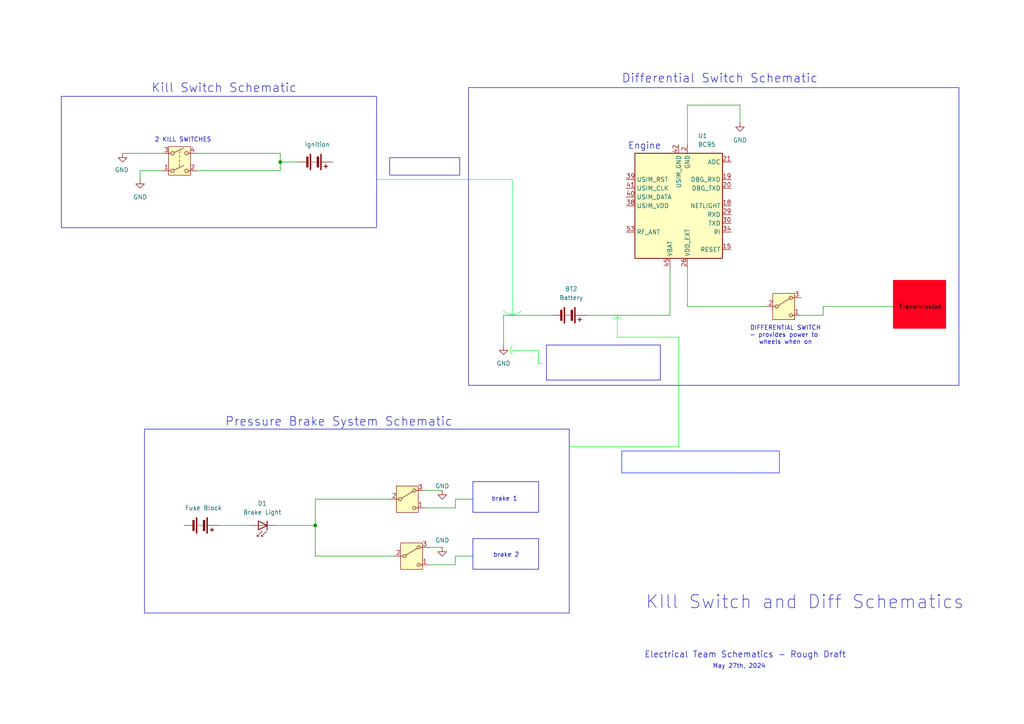
<source format=kicad_sch>
(kicad_sch
	(version 20231120)
	(generator "eeschema")
	(generator_version "8.0")
	(uuid "afa35e4c-361a-4a5f-8502-0679a9e7e1ac")
	(paper "A4")
	(lib_symbols
		(symbol "Device:Battery"
			(pin_numbers hide)
			(pin_names
				(offset 0) hide)
			(exclude_from_sim no)
			(in_bom yes)
			(on_board yes)
			(property "Reference" "BT"
				(at 2.54 2.54 0)
				(effects
					(font
						(size 1.27 1.27)
					)
					(justify left)
				)
			)
			(property "Value" "Battery"
				(at 2.54 0 0)
				(effects
					(font
						(size 1.27 1.27)
					)
					(justify left)
				)
			)
			(property "Footprint" ""
				(at 0 1.524 90)
				(effects
					(font
						(size 1.27 1.27)
					)
					(hide yes)
				)
			)
			(property "Datasheet" "~"
				(at 0 1.524 90)
				(effects
					(font
						(size 1.27 1.27)
					)
					(hide yes)
				)
			)
			(property "Description" "Multiple-cell battery"
				(at 0 0 0)
				(effects
					(font
						(size 1.27 1.27)
					)
					(hide yes)
				)
			)
			(property "ki_keywords" "batt voltage-source cell"
				(at 0 0 0)
				(effects
					(font
						(size 1.27 1.27)
					)
					(hide yes)
				)
			)
			(symbol "Battery_0_1"
				(rectangle
					(start -2.286 -1.27)
					(end 2.286 -1.524)
					(stroke
						(width 0)
						(type default)
					)
					(fill
						(type outline)
					)
				)
				(rectangle
					(start -2.286 1.778)
					(end 2.286 1.524)
					(stroke
						(width 0)
						(type default)
					)
					(fill
						(type outline)
					)
				)
				(rectangle
					(start -1.524 -2.032)
					(end 1.524 -2.54)
					(stroke
						(width 0)
						(type default)
					)
					(fill
						(type outline)
					)
				)
				(rectangle
					(start -1.524 1.016)
					(end 1.524 0.508)
					(stroke
						(width 0)
						(type default)
					)
					(fill
						(type outline)
					)
				)
				(polyline
					(pts
						(xy 0 -1.016) (xy 0 -0.762)
					)
					(stroke
						(width 0)
						(type default)
					)
					(fill
						(type none)
					)
				)
				(polyline
					(pts
						(xy 0 -0.508) (xy 0 -0.254)
					)
					(stroke
						(width 0)
						(type default)
					)
					(fill
						(type none)
					)
				)
				(polyline
					(pts
						(xy 0 0) (xy 0 0.254)
					)
					(stroke
						(width 0)
						(type default)
					)
					(fill
						(type none)
					)
				)
				(polyline
					(pts
						(xy 0 1.778) (xy 0 2.54)
					)
					(stroke
						(width 0)
						(type default)
					)
					(fill
						(type none)
					)
				)
				(polyline
					(pts
						(xy 0.762 3.048) (xy 1.778 3.048)
					)
					(stroke
						(width 0.254)
						(type default)
					)
					(fill
						(type none)
					)
				)
				(polyline
					(pts
						(xy 1.27 3.556) (xy 1.27 2.54)
					)
					(stroke
						(width 0.254)
						(type default)
					)
					(fill
						(type none)
					)
				)
			)
			(symbol "Battery_1_1"
				(pin passive line
					(at 0 5.08 270)
					(length 2.54)
					(name "+"
						(effects
							(font
								(size 1.27 1.27)
							)
						)
					)
					(number "1"
						(effects
							(font
								(size 1.27 1.27)
							)
						)
					)
				)
				(pin passive line
					(at 0 -5.08 90)
					(length 2.54)
					(name "-"
						(effects
							(font
								(size 1.27 1.27)
							)
						)
					)
					(number "2"
						(effects
							(font
								(size 1.27 1.27)
							)
						)
					)
				)
			)
		)
		(symbol "LED:SFH480"
			(pin_numbers hide)
			(pin_names
				(offset 1.016) hide)
			(exclude_from_sim no)
			(in_bom yes)
			(on_board yes)
			(property "Reference" "D"
				(at 0.508 1.778 0)
				(effects
					(font
						(size 1.27 1.27)
					)
					(justify left)
				)
			)
			(property "Value" "SFH480"
				(at -1.016 -2.794 0)
				(effects
					(font
						(size 1.27 1.27)
					)
				)
			)
			(property "Footprint" "Package_TO_SOT_THT:TO-18-2_Window"
				(at 0 4.445 0)
				(effects
					(font
						(size 1.27 1.27)
					)
					(hide yes)
				)
			)
			(property "Datasheet" "http://www.osram-os.com/Graphics/XPic1/00083613_0.pdf"
				(at -1.27 0 0)
				(effects
					(font
						(size 1.27 1.27)
					)
					(hide yes)
				)
			)
			(property "Description" "GaAlAs Infrared LED (880 nm), TO-18 package"
				(at 0 0 0)
				(effects
					(font
						(size 1.27 1.27)
					)
					(hide yes)
				)
			)
			(property "ki_keywords" "IR LED Opto"
				(at 0 0 0)
				(effects
					(font
						(size 1.27 1.27)
					)
					(hide yes)
				)
			)
			(property "ki_fp_filters" "TO?18*Window*"
				(at 0 0 0)
				(effects
					(font
						(size 1.27 1.27)
					)
					(hide yes)
				)
			)
			(symbol "SFH480_0_1"
				(polyline
					(pts
						(xy -2.54 1.27) (xy -2.54 -1.27)
					)
					(stroke
						(width 0.254)
						(type default)
					)
					(fill
						(type none)
					)
				)
				(polyline
					(pts
						(xy 0 0) (xy -2.54 0)
					)
					(stroke
						(width 0)
						(type default)
					)
					(fill
						(type none)
					)
				)
				(polyline
					(pts
						(xy 0.381 3.175) (xy -0.127 3.175)
					)
					(stroke
						(width 0)
						(type default)
					)
					(fill
						(type none)
					)
				)
				(polyline
					(pts
						(xy -1.143 1.651) (xy 0.381 3.175) (xy 0.381 2.667)
					)
					(stroke
						(width 0)
						(type default)
					)
					(fill
						(type none)
					)
				)
				(polyline
					(pts
						(xy 0 1.27) (xy 0 -1.27) (xy -2.54 0) (xy 0 1.27)
					)
					(stroke
						(width 0.254)
						(type default)
					)
					(fill
						(type none)
					)
				)
				(polyline
					(pts
						(xy -2.413 1.651) (xy -0.889 3.175) (xy -0.889 2.667) (xy -0.889 3.175) (xy -1.397 3.175)
					)
					(stroke
						(width 0)
						(type default)
					)
					(fill
						(type none)
					)
				)
			)
			(symbol "SFH480_1_1"
				(pin passive line
					(at -5.08 0 0)
					(length 2.54)
					(name "K"
						(effects
							(font
								(size 1.27 1.27)
							)
						)
					)
					(number "1"
						(effects
							(font
								(size 1.27 1.27)
							)
						)
					)
				)
				(pin passive line
					(at 2.54 0 180)
					(length 2.54)
					(name "A"
						(effects
							(font
								(size 1.27 1.27)
							)
						)
					)
					(number "2"
						(effects
							(font
								(size 1.27 1.27)
							)
						)
					)
				)
			)
		)
		(symbol "RF_GSM:BC95"
			(exclude_from_sim no)
			(in_bom yes)
			(on_board yes)
			(property "Reference" "U"
				(at -11.43 16.51 0)
				(effects
					(font
						(size 1.27 1.27)
					)
				)
			)
			(property "Value" "BC95"
				(at 10.16 16.51 0)
				(effects
					(font
						(size 1.27 1.27)
					)
				)
			)
			(property "Footprint" "RF_GSM:Quectel_BC95"
				(at 11.43 -16.51 0)
				(effects
					(font
						(size 1.27 1.27)
					)
					(hide yes)
				)
			)
			(property "Datasheet" "https://www.quectel.com/UploadImage/Downlad/Quectel_BC95_Hardware_Design_V1.3.pdf"
				(at 0 0 0)
				(effects
					(font
						(size 1.27 1.27)
					)
					(hide yes)
				)
			)
			(property "Description" "NB-IoT, GSM Quad-Band Communication Module, GPRS, Audio Engine, AT Command Set"
				(at 0 0 0)
				(effects
					(font
						(size 1.27 1.27)
					)
					(hide yes)
				)
			)
			(property "ki_keywords" "NB-IoT GSM GPRS Quad-Band SMS"
				(at 0 0 0)
				(effects
					(font
						(size 1.27 1.27)
					)
					(hide yes)
				)
			)
			(property "ki_fp_filters" "Quectel?BC95*"
				(at 0 0 0)
				(effects
					(font
						(size 1.27 1.27)
					)
					(hide yes)
				)
			)
			(symbol "BC95_0_1"
				(rectangle
					(start -12.7 15.24)
					(end 12.7 -15.24)
					(stroke
						(width 0.254)
						(type default)
					)
					(fill
						(type background)
					)
				)
			)
			(symbol "BC95_1_1"
				(pin input line
					(at -15.24 12.7 0)
					(length 2.54)
					(name "RESET"
						(effects
							(font
								(size 1.27 1.27)
							)
						)
					)
					(number "15"
						(effects
							(font
								(size 1.27 1.27)
							)
						)
					)
				)
				(pin output line
					(at -15.24 0 0)
					(length 2.54)
					(name "NETLIGHT"
						(effects
							(font
								(size 1.27 1.27)
							)
						)
					)
					(number "18"
						(effects
							(font
								(size 1.27 1.27)
							)
						)
					)
				)
				(pin input line
					(at -15.24 -7.62 0)
					(length 2.54)
					(name "DBG_RXD"
						(effects
							(font
								(size 1.27 1.27)
							)
						)
					)
					(number "19"
						(effects
							(font
								(size 1.27 1.27)
							)
						)
					)
				)
				(pin power_in line
					(at -2.54 -17.78 90)
					(length 2.54)
					(name "GND"
						(effects
							(font
								(size 1.27 1.27)
							)
						)
					)
					(number "2"
						(effects
							(font
								(size 1.27 1.27)
							)
						)
					)
				)
				(pin output line
					(at -15.24 -5.08 0)
					(length 2.54)
					(name "DBG_TXD"
						(effects
							(font
								(size 1.27 1.27)
							)
						)
					)
					(number "20"
						(effects
							(font
								(size 1.27 1.27)
							)
						)
					)
				)
				(pin input line
					(at -15.24 -12.7 0)
					(length 2.54)
					(name "ADC"
						(effects
							(font
								(size 1.27 1.27)
							)
						)
					)
					(number "21"
						(effects
							(font
								(size 1.27 1.27)
							)
						)
					)
				)
				(pin power_out line
					(at -2.54 17.78 270)
					(length 2.54)
					(name "VDD_EXT"
						(effects
							(font
								(size 1.27 1.27)
							)
						)
					)
					(number "26"
						(effects
							(font
								(size 1.27 1.27)
							)
						)
					)
				)
				(pin input line
					(at -15.24 2.54 0)
					(length 2.54)
					(name "RXD"
						(effects
							(font
								(size 1.27 1.27)
							)
						)
					)
					(number "29"
						(effects
							(font
								(size 1.27 1.27)
							)
						)
					)
				)
				(pin output line
					(at -15.24 5.08 0)
					(length 2.54)
					(name "TXD"
						(effects
							(font
								(size 1.27 1.27)
							)
						)
					)
					(number "30"
						(effects
							(font
								(size 1.27 1.27)
							)
						)
					)
				)
				(pin output line
					(at -15.24 7.62 0)
					(length 2.54)
					(name "RI"
						(effects
							(font
								(size 1.27 1.27)
							)
						)
					)
					(number "34"
						(effects
							(font
								(size 1.27 1.27)
							)
						)
					)
				)
				(pin power_out line
					(at 15.24 0 180)
					(length 2.54)
					(name "USIM_VDD"
						(effects
							(font
								(size 1.27 1.27)
							)
						)
					)
					(number "38"
						(effects
							(font
								(size 1.27 1.27)
							)
						)
					)
				)
				(pin output line
					(at 15.24 -7.62 180)
					(length 2.54)
					(name "USIM_RST"
						(effects
							(font
								(size 1.27 1.27)
							)
						)
					)
					(number "39"
						(effects
							(font
								(size 1.27 1.27)
							)
						)
					)
				)
				(pin bidirectional line
					(at 15.24 -2.54 180)
					(length 2.54)
					(name "USIM_DATA"
						(effects
							(font
								(size 1.27 1.27)
							)
						)
					)
					(number "40"
						(effects
							(font
								(size 1.27 1.27)
							)
						)
					)
				)
				(pin output line
					(at 15.24 -5.08 180)
					(length 2.54)
					(name "USIM_CLK"
						(effects
							(font
								(size 1.27 1.27)
							)
						)
					)
					(number "41"
						(effects
							(font
								(size 1.27 1.27)
							)
						)
					)
				)
				(pin power_in line
					(at 0 -17.78 90)
					(length 2.54)
					(name "USIM_GND"
						(effects
							(font
								(size 1.27 1.27)
							)
						)
					)
					(number "42"
						(effects
							(font
								(size 1.27 1.27)
							)
						)
					)
				)
				(pin passive line
					(at -2.54 -17.78 90)
					(length 2.54) hide
					(name "GND"
						(effects
							(font
								(size 1.27 1.27)
							)
						)
					)
					(number "43"
						(effects
							(font
								(size 1.27 1.27)
							)
						)
					)
				)
				(pin power_in line
					(at 2.54 17.78 270)
					(length 2.54)
					(name "VBAT"
						(effects
							(font
								(size 1.27 1.27)
							)
						)
					)
					(number "45"
						(effects
							(font
								(size 1.27 1.27)
							)
						)
					)
				)
				(pin passive line
					(at 2.54 17.78 270)
					(length 2.54) hide
					(name "VBAT"
						(effects
							(font
								(size 1.27 1.27)
							)
						)
					)
					(number "46"
						(effects
							(font
								(size 1.27 1.27)
							)
						)
					)
				)
				(pin passive line
					(at -2.54 -17.78 90)
					(length 2.54) hide
					(name "GND"
						(effects
							(font
								(size 1.27 1.27)
							)
						)
					)
					(number "47"
						(effects
							(font
								(size 1.27 1.27)
							)
						)
					)
				)
				(pin passive line
					(at -2.54 -17.78 90)
					(length 2.54) hide
					(name "GND"
						(effects
							(font
								(size 1.27 1.27)
							)
						)
					)
					(number "48"
						(effects
							(font
								(size 1.27 1.27)
							)
						)
					)
				)
				(pin passive line
					(at -2.54 -17.78 90)
					(length 2.54) hide
					(name "GND"
						(effects
							(font
								(size 1.27 1.27)
							)
						)
					)
					(number "51"
						(effects
							(font
								(size 1.27 1.27)
							)
						)
					)
				)
				(pin passive line
					(at -2.54 -17.78 90)
					(length 2.54) hide
					(name "GND"
						(effects
							(font
								(size 1.27 1.27)
							)
						)
					)
					(number "52"
						(effects
							(font
								(size 1.27 1.27)
							)
						)
					)
				)
				(pin passive line
					(at 15.24 7.62 180)
					(length 2.54)
					(name "RF_ANT"
						(effects
							(font
								(size 1.27 1.27)
							)
						)
					)
					(number "53"
						(effects
							(font
								(size 1.27 1.27)
							)
						)
					)
				)
				(pin passive line
					(at -2.54 -17.78 90)
					(length 2.54) hide
					(name "GND"
						(effects
							(font
								(size 1.27 1.27)
							)
						)
					)
					(number "54"
						(effects
							(font
								(size 1.27 1.27)
							)
						)
					)
				)
				(pin passive line
					(at -2.54 -17.78 90)
					(length 2.54) hide
					(name "GND"
						(effects
							(font
								(size 1.27 1.27)
							)
						)
					)
					(number "59"
						(effects
							(font
								(size 1.27 1.27)
							)
						)
					)
				)
				(pin passive line
					(at -2.54 -17.78 90)
					(length 2.54) hide
					(name "GND"
						(effects
							(font
								(size 1.27 1.27)
							)
						)
					)
					(number "60"
						(effects
							(font
								(size 1.27 1.27)
							)
						)
					)
				)
				(pin passive line
					(at -2.54 -17.78 90)
					(length 2.54) hide
					(name "GND"
						(effects
							(font
								(size 1.27 1.27)
							)
						)
					)
					(number "61"
						(effects
							(font
								(size 1.27 1.27)
							)
						)
					)
				)
				(pin passive line
					(at -2.54 -17.78 90)
					(length 2.54) hide
					(name "GND"
						(effects
							(font
								(size 1.27 1.27)
							)
						)
					)
					(number "62"
						(effects
							(font
								(size 1.27 1.27)
							)
						)
					)
				)
				(pin passive line
					(at -2.54 -17.78 90)
					(length 2.54) hide
					(name "GND"
						(effects
							(font
								(size 1.27 1.27)
							)
						)
					)
					(number "63"
						(effects
							(font
								(size 1.27 1.27)
							)
						)
					)
				)
				(pin passive line
					(at -2.54 -17.78 90)
					(length 2.54) hide
					(name "GND"
						(effects
							(font
								(size 1.27 1.27)
							)
						)
					)
					(number "64"
						(effects
							(font
								(size 1.27 1.27)
							)
						)
					)
				)
				(pin passive line
					(at -2.54 -17.78 90)
					(length 2.54) hide
					(name "GND"
						(effects
							(font
								(size 1.27 1.27)
							)
						)
					)
					(number "65"
						(effects
							(font
								(size 1.27 1.27)
							)
						)
					)
				)
				(pin passive line
					(at -2.54 -17.78 90)
					(length 2.54) hide
					(name "GND"
						(effects
							(font
								(size 1.27 1.27)
							)
						)
					)
					(number "66"
						(effects
							(font
								(size 1.27 1.27)
							)
						)
					)
				)
				(pin passive line
					(at -2.54 -17.78 90)
					(length 2.54) hide
					(name "GND"
						(effects
							(font
								(size 1.27 1.27)
							)
						)
					)
					(number "71"
						(effects
							(font
								(size 1.27 1.27)
							)
						)
					)
				)
				(pin passive line
					(at -2.54 -17.78 90)
					(length 2.54) hide
					(name "GND"
						(effects
							(font
								(size 1.27 1.27)
							)
						)
					)
					(number "72"
						(effects
							(font
								(size 1.27 1.27)
							)
						)
					)
				)
				(pin passive line
					(at -2.54 -17.78 90)
					(length 2.54) hide
					(name "GND"
						(effects
							(font
								(size 1.27 1.27)
							)
						)
					)
					(number "73"
						(effects
							(font
								(size 1.27 1.27)
							)
						)
					)
				)
				(pin passive line
					(at -2.54 -17.78 90)
					(length 2.54) hide
					(name "GND"
						(effects
							(font
								(size 1.27 1.27)
							)
						)
					)
					(number "74"
						(effects
							(font
								(size 1.27 1.27)
							)
						)
					)
				)
				(pin passive line
					(at -2.54 -17.78 90)
					(length 2.54) hide
					(name "GND"
						(effects
							(font
								(size 1.27 1.27)
							)
						)
					)
					(number "81"
						(effects
							(font
								(size 1.27 1.27)
							)
						)
					)
				)
				(pin passive line
					(at -2.54 -17.78 90)
					(length 2.54) hide
					(name "GND"
						(effects
							(font
								(size 1.27 1.27)
							)
						)
					)
					(number "82"
						(effects
							(font
								(size 1.27 1.27)
							)
						)
					)
				)
				(pin passive line
					(at -2.54 -17.78 90)
					(length 2.54) hide
					(name "GND"
						(effects
							(font
								(size 1.27 1.27)
							)
						)
					)
					(number "83"
						(effects
							(font
								(size 1.27 1.27)
							)
						)
					)
				)
				(pin passive line
					(at -2.54 -17.78 90)
					(length 2.54) hide
					(name "GND"
						(effects
							(font
								(size 1.27 1.27)
							)
						)
					)
					(number "92"
						(effects
							(font
								(size 1.27 1.27)
							)
						)
					)
				)
				(pin passive line
					(at -2.54 -17.78 90)
					(length 2.54) hide
					(name "GND"
						(effects
							(font
								(size 1.27 1.27)
							)
						)
					)
					(number "93"
						(effects
							(font
								(size 1.27 1.27)
							)
						)
					)
				)
				(pin passive line
					(at -2.54 -17.78 90)
					(length 2.54) hide
					(name "GND"
						(effects
							(font
								(size 1.27 1.27)
							)
						)
					)
					(number "94"
						(effects
							(font
								(size 1.27 1.27)
							)
						)
					)
				)
			)
		)
		(symbol "Switch:SW_DPST"
			(pin_names
				(offset 0) hide)
			(exclude_from_sim no)
			(in_bom yes)
			(on_board yes)
			(property "Reference" "SW"
				(at 0 6.35 0)
				(effects
					(font
						(size 1.27 1.27)
					)
				)
			)
			(property "Value" "SW_DPST"
				(at 0 -5.08 0)
				(effects
					(font
						(size 1.27 1.27)
					)
				)
			)
			(property "Footprint" ""
				(at 0 0 0)
				(effects
					(font
						(size 1.27 1.27)
					)
					(hide yes)
				)
			)
			(property "Datasheet" "~"
				(at 0 0 0)
				(effects
					(font
						(size 1.27 1.27)
					)
					(hide yes)
				)
			)
			(property "Description" "Double Pole Single Throw (DPST) Switch"
				(at 0 0 0)
				(effects
					(font
						(size 1.27 1.27)
					)
					(hide yes)
				)
			)
			(property "ki_keywords" "switch dual double-pole single-throw OFF-ON"
				(at 0 0 0)
				(effects
					(font
						(size 1.27 1.27)
					)
					(hide yes)
				)
			)
			(symbol "SW_DPST_0_0"
				(circle
					(center -2.032 -2.54)
					(radius 0.508)
					(stroke
						(width 0)
						(type default)
					)
					(fill
						(type none)
					)
				)
				(circle
					(center -2.032 2.54)
					(radius 0.508)
					(stroke
						(width 0)
						(type default)
					)
					(fill
						(type none)
					)
				)
				(polyline
					(pts
						(xy -1.524 -2.286) (xy 1.27 -1.016)
					)
					(stroke
						(width 0)
						(type default)
					)
					(fill
						(type none)
					)
				)
				(polyline
					(pts
						(xy -1.524 2.794) (xy 1.27 4.064)
					)
					(stroke
						(width 0)
						(type default)
					)
					(fill
						(type none)
					)
				)
				(polyline
					(pts
						(xy 0 -1.27) (xy 0 -0.635)
					)
					(stroke
						(width 0)
						(type default)
					)
					(fill
						(type none)
					)
				)
				(polyline
					(pts
						(xy 0 0) (xy 0 0.635)
					)
					(stroke
						(width 0)
						(type default)
					)
					(fill
						(type none)
					)
				)
				(polyline
					(pts
						(xy 0 1.27) (xy 0 1.905)
					)
					(stroke
						(width 0)
						(type default)
					)
					(fill
						(type none)
					)
				)
				(polyline
					(pts
						(xy 0 2.54) (xy 0 3.175)
					)
					(stroke
						(width 0)
						(type default)
					)
					(fill
						(type none)
					)
				)
				(circle
					(center 2.032 -2.54)
					(radius 0.508)
					(stroke
						(width 0)
						(type default)
					)
					(fill
						(type none)
					)
				)
				(circle
					(center 2.032 2.54)
					(radius 0.508)
					(stroke
						(width 0)
						(type default)
					)
					(fill
						(type none)
					)
				)
			)
			(symbol "SW_DPST_1_1"
				(rectangle
					(start -3.175 4.445)
					(end 3.175 -3.81)
					(stroke
						(width 0)
						(type default)
					)
					(fill
						(type background)
					)
				)
				(pin passive line
					(at -5.08 -2.54 0)
					(length 2.54)
					(name "1"
						(effects
							(font
								(size 1.27 1.27)
							)
						)
					)
					(number "1"
						(effects
							(font
								(size 1.27 1.27)
							)
						)
					)
				)
				(pin passive line
					(at 5.08 -2.54 180)
					(length 2.54)
					(name "2"
						(effects
							(font
								(size 1.27 1.27)
							)
						)
					)
					(number "2"
						(effects
							(font
								(size 1.27 1.27)
							)
						)
					)
				)
				(pin passive line
					(at -5.08 2.54 0)
					(length 2.54)
					(name "3"
						(effects
							(font
								(size 1.27 1.27)
							)
						)
					)
					(number "3"
						(effects
							(font
								(size 1.27 1.27)
							)
						)
					)
				)
				(pin passive line
					(at 5.08 2.54 180)
					(length 2.54)
					(name "4"
						(effects
							(font
								(size 1.27 1.27)
							)
						)
					)
					(number "4"
						(effects
							(font
								(size 1.27 1.27)
							)
						)
					)
				)
			)
		)
		(symbol "Switch:SW_Nidec_CAS-120A1"
			(pin_names
				(offset 1) hide)
			(exclude_from_sim no)
			(in_bom yes)
			(on_board yes)
			(property "Reference" "SW"
				(at 0 4.318 0)
				(effects
					(font
						(size 1.27 1.27)
					)
				)
			)
			(property "Value" "SW_Nidec_CAS-120A1"
				(at 0 -5.08 0)
				(effects
					(font
						(size 1.27 1.27)
					)
				)
			)
			(property "Footprint" "Button_Switch_SMD:Nidec_Copal_CAS-120A"
				(at 0 -10.16 0)
				(effects
					(font
						(size 1.27 1.27)
					)
					(hide yes)
				)
			)
			(property "Datasheet" "https://www.nidec-components.com/e/catalog/switch/cas.pdf"
				(at 0 -7.62 0)
				(effects
					(font
						(size 1.27 1.27)
					)
					(hide yes)
				)
			)
			(property "Description" "Switch, single pole double throw"
				(at 0 0 0)
				(effects
					(font
						(size 1.27 1.27)
					)
					(hide yes)
				)
			)
			(property "ki_keywords" "switch single-pole double-throw spdt ON-ON"
				(at 0 0 0)
				(effects
					(font
						(size 1.27 1.27)
					)
					(hide yes)
				)
			)
			(property "ki_fp_filters" "*Nidec?Copal?CAS?120A*"
				(at 0 0 0)
				(effects
					(font
						(size 1.27 1.27)
					)
					(hide yes)
				)
			)
			(symbol "SW_Nidec_CAS-120A1_0_1"
				(circle
					(center -2.032 0)
					(radius 0.4572)
					(stroke
						(width 0)
						(type default)
					)
					(fill
						(type none)
					)
				)
				(polyline
					(pts
						(xy -1.651 0.254) (xy 1.651 2.286)
					)
					(stroke
						(width 0)
						(type default)
					)
					(fill
						(type none)
					)
				)
				(circle
					(center 2.032 -2.54)
					(radius 0.4572)
					(stroke
						(width 0)
						(type default)
					)
					(fill
						(type none)
					)
				)
				(circle
					(center 2.032 2.54)
					(radius 0.4572)
					(stroke
						(width 0)
						(type default)
					)
					(fill
						(type none)
					)
				)
			)
			(symbol "SW_Nidec_CAS-120A1_1_1"
				(rectangle
					(start -3.175 3.81)
					(end 3.175 -3.81)
					(stroke
						(width 0)
						(type default)
					)
					(fill
						(type background)
					)
				)
				(pin passive line
					(at 5.08 -2.54 180)
					(length 2.54)
					(name "C"
						(effects
							(font
								(size 1.27 1.27)
							)
						)
					)
					(number "1"
						(effects
							(font
								(size 1.27 1.27)
							)
						)
					)
				)
				(pin passive line
					(at -5.08 0 0)
					(length 2.54)
					(name "B"
						(effects
							(font
								(size 1.27 1.27)
							)
						)
					)
					(number "2"
						(effects
							(font
								(size 1.27 1.27)
							)
						)
					)
				)
				(pin passive line
					(at 5.08 2.54 180)
					(length 2.54)
					(name "A"
						(effects
							(font
								(size 1.27 1.27)
							)
						)
					)
					(number "3"
						(effects
							(font
								(size 1.27 1.27)
							)
						)
					)
				)
			)
		)
		(symbol "power:GND"
			(power)
			(pin_numbers hide)
			(pin_names
				(offset 0) hide)
			(exclude_from_sim no)
			(in_bom yes)
			(on_board yes)
			(property "Reference" "#PWR"
				(at 0 -6.35 0)
				(effects
					(font
						(size 1.27 1.27)
					)
					(hide yes)
				)
			)
			(property "Value" "GND"
				(at 0 -3.81 0)
				(effects
					(font
						(size 1.27 1.27)
					)
				)
			)
			(property "Footprint" ""
				(at 0 0 0)
				(effects
					(font
						(size 1.27 1.27)
					)
					(hide yes)
				)
			)
			(property "Datasheet" ""
				(at 0 0 0)
				(effects
					(font
						(size 1.27 1.27)
					)
					(hide yes)
				)
			)
			(property "Description" "Power symbol creates a global label with name \"GND\" , ground"
				(at 0 0 0)
				(effects
					(font
						(size 1.27 1.27)
					)
					(hide yes)
				)
			)
			(property "ki_keywords" "global power"
				(at 0 0 0)
				(effects
					(font
						(size 1.27 1.27)
					)
					(hide yes)
				)
			)
			(symbol "GND_0_1"
				(polyline
					(pts
						(xy 0 0) (xy 0 -1.27) (xy 1.27 -1.27) (xy 0 -2.54) (xy -1.27 -1.27) (xy 0 -1.27)
					)
					(stroke
						(width 0)
						(type default)
					)
					(fill
						(type none)
					)
				)
			)
			(symbol "GND_1_1"
				(pin power_in line
					(at 0 0 270)
					(length 0)
					(name "~"
						(effects
							(font
								(size 1.27 1.27)
							)
						)
					)
					(number "1"
						(effects
							(font
								(size 1.27 1.27)
							)
						)
					)
				)
			)
		)
	)
	(junction
		(at 81.28 46.99)
		(diameter 0)
		(color 0 0 0 0)
		(uuid "92e9b8e0-c0b2-4665-8181-e5cbd1e02edb")
	)
	(junction
		(at 91.44 152.4)
		(diameter 0)
		(color 0 0 0 0)
		(uuid "a439e997-13e0-4be3-89c4-dfa26e3ce166")
	)
	(polyline
		(pts
			(xy 156.21 104.14) (xy 156.21 105.41)
		)
		(stroke
			(width 0)
			(type default)
			(color 0 255 49 1)
		)
		(uuid "0111bb4b-28d2-4c47-97ca-468027151b80")
	)
	(polyline
		(pts
			(xy 196.85 97.79) (xy 179.07 97.79)
		)
		(stroke
			(width 0)
			(type default)
			(color 0 255 20 1)
		)
		(uuid "08489a80-066e-49f4-b39d-abe2b129ff7f")
	)
	(wire
		(pts
			(xy 214.63 30.48) (xy 199.39 30.48)
		)
		(stroke
			(width 0)
			(type default)
		)
		(uuid "101e63e8-ccd5-4fd1-a62b-a69488ea3d03")
	)
	(wire
		(pts
			(xy 81.28 49.53) (xy 81.28 46.99)
		)
		(stroke
			(width 0)
			(type default)
		)
		(uuid "110c53d5-8d72-4194-b713-43f3dbeb0078")
	)
	(wire
		(pts
			(xy 194.31 91.44) (xy 194.31 77.47)
		)
		(stroke
			(width 0)
			(type default)
		)
		(uuid "1412cfd7-c47b-486b-bb2f-5e0688372ec4")
	)
	(wire
		(pts
			(xy 132.08 147.32) (xy 132.08 144.78)
		)
		(stroke
			(width 0)
			(type default)
		)
		(uuid "14a223c8-0339-4520-9e29-0a58b25c6457")
	)
	(wire
		(pts
			(xy 123.19 147.32) (xy 132.08 147.32)
		)
		(stroke
			(width 0)
			(type default)
		)
		(uuid "1d5f7da5-9f50-4b3f-9643-27c7e0ab6971")
	)
	(wire
		(pts
			(xy 199.39 30.48) (xy 199.39 41.91)
		)
		(stroke
			(width 0)
			(type default)
		)
		(uuid "1ef722fc-ff3c-46d4-968c-b76b7dd64f5c")
	)
	(wire
		(pts
			(xy 91.44 152.4) (xy 91.44 161.29)
		)
		(stroke
			(width 0)
			(type default)
		)
		(uuid "22a56173-b754-4887-9f92-3f49a4169c46")
	)
	(polyline
		(pts
			(xy 196.85 129.54) (xy 196.85 97.79)
		)
		(stroke
			(width 0)
			(type default)
			(color 0 255 20 1)
		)
		(uuid "26da9096-0db1-4611-a60d-bc16db3eb78f")
	)
	(polyline
		(pts
			(xy 109.22 52.07) (xy 148.59 52.07)
		)
		(stroke
			(width 0)
			(type default)
			(color 0 255 81 1)
		)
		(uuid "36d6f4de-d3b2-4b01-8b58-c767add1be53")
	)
	(wire
		(pts
			(xy 35.56 44.45) (xy 46.99 44.45)
		)
		(stroke
			(width 0)
			(type default)
		)
		(uuid "3a1ba7db-26a6-46d7-8eab-10a9d8e2d401")
	)
	(wire
		(pts
			(xy 81.28 46.99) (xy 86.36 46.99)
		)
		(stroke
			(width 0)
			(type default)
		)
		(uuid "3da4374b-0e87-49c7-9498-c64918dd5115")
	)
	(wire
		(pts
			(xy 57.15 49.53) (xy 81.28 49.53)
		)
		(stroke
			(width 0)
			(type default)
		)
		(uuid "46139d10-75ef-41fe-9f3d-845aa77752fe")
	)
	(polyline
		(pts
			(xy 156.21 105.41) (xy 157.48 105.41)
		)
		(stroke
			(width 0)
			(type default)
			(color 0 255 49 1)
		)
		(uuid "50b02376-3cbe-4c50-970c-4c2197cbc472")
	)
	(wire
		(pts
			(xy 81.28 44.45) (xy 81.28 46.99)
		)
		(stroke
			(width 0)
			(type default)
		)
		(uuid "59bf88fe-4392-427e-a762-d7d6d77a6a6f")
	)
	(wire
		(pts
			(xy 91.44 161.29) (xy 114.3 161.29)
		)
		(stroke
			(width 0)
			(type default)
		)
		(uuid "5b8c4681-17a6-436f-a58e-5695eeef6d3c")
	)
	(wire
		(pts
			(xy 124.46 163.83) (xy 132.08 163.83)
		)
		(stroke
			(width 0)
			(type default)
		)
		(uuid "5bcc71f4-2714-4438-b58c-14f825387f2a")
	)
	(polyline
		(pts
			(xy 148.59 52.07) (xy 148.59 91.44)
		)
		(stroke
			(width 0)
			(type default)
			(color 0 255 81 1)
		)
		(uuid "5c13a5a0-37f2-4c04-a6e5-ff11ec39fa81")
	)
	(polyline
		(pts
			(xy 156.21 105.41) (xy 156.21 101.6)
		)
		(stroke
			(width 0)
			(type default)
			(color 0 255 49 1)
		)
		(uuid "5cfe7a93-09b3-4287-9cd5-a0fec071371c")
	)
	(polyline
		(pts
			(xy 179.07 91.44) (xy 179.07 97.79)
		)
		(stroke
			(width 0)
			(type default)
			(color 0 255 20 1)
		)
		(uuid "5d089753-3865-40df-a651-3b17d0523800")
	)
	(wire
		(pts
			(xy 91.44 144.78) (xy 91.44 152.4)
		)
		(stroke
			(width 0)
			(type default)
		)
		(uuid "649f9bd6-0046-432d-8d57-8e5bc3c51ea4")
	)
	(wire
		(pts
			(xy 146.05 91.44) (xy 160.02 91.44)
		)
		(stroke
			(width 0)
			(type default)
		)
		(uuid "67671a1a-999b-4458-a421-6f236a28cc00")
	)
	(wire
		(pts
			(xy 238.76 88.9) (xy 238.76 91.44)
		)
		(stroke
			(width 0)
			(type default)
		)
		(uuid "6d335aa5-007b-4a73-99c7-2c4d3b67d8a2")
	)
	(wire
		(pts
			(xy 232.41 91.44) (xy 238.76 91.44)
		)
		(stroke
			(width 0)
			(type default)
		)
		(uuid "715e65f5-fa93-43da-9760-2ac517eb84c4")
	)
	(wire
		(pts
			(xy 214.63 30.48) (xy 214.63 35.56)
		)
		(stroke
			(width 0)
			(type default)
		)
		(uuid "7f1789bf-1f08-4c76-b419-c28563a045c5")
	)
	(wire
		(pts
			(xy 199.39 88.9) (xy 222.25 88.9)
		)
		(stroke
			(width 0)
			(type default)
		)
		(uuid "847b3bcb-626d-4821-a89e-e0beac6d8e80")
	)
	(wire
		(pts
			(xy 40.64 49.53) (xy 40.64 52.07)
		)
		(stroke
			(width 0)
			(type default)
		)
		(uuid "8e139ad3-620e-4352-b24c-f16dd8231658")
	)
	(wire
		(pts
			(xy 80.01 152.4) (xy 91.44 152.4)
		)
		(stroke
			(width 0)
			(type default)
		)
		(uuid "90be9cbc-7ebb-4f80-b790-9bf5ad0cf119")
	)
	(wire
		(pts
			(xy 57.15 44.45) (xy 81.28 44.45)
		)
		(stroke
			(width 0)
			(type default)
		)
		(uuid "9154c3f8-eceb-4bdc-a290-0d77f06df8ca")
	)
	(wire
		(pts
			(xy 170.18 91.44) (xy 194.31 91.44)
		)
		(stroke
			(width 0)
			(type default)
		)
		(uuid "91c65ffd-51e5-464f-8867-d068cd5ad61e")
	)
	(wire
		(pts
			(xy 63.5 152.4) (xy 72.39 152.4)
		)
		(stroke
			(width 0)
			(type default)
		)
		(uuid "965abae5-06ea-41c9-baf3-dcf6554cfff2")
	)
	(wire
		(pts
			(xy 132.08 161.29) (xy 137.16 161.29)
		)
		(stroke
			(width 0)
			(type default)
		)
		(uuid "a2e8fdaa-ba03-448b-824b-ec708a012c00")
	)
	(wire
		(pts
			(xy 124.46 158.75) (xy 128.27 158.75)
		)
		(stroke
			(width 0)
			(type default)
		)
		(uuid "a3d3c79c-af01-4a21-9658-00f580e5c87d")
	)
	(wire
		(pts
			(xy 238.76 88.9) (xy 259.08 88.9)
		)
		(stroke
			(width 0)
			(type default)
		)
		(uuid "beafc112-8fe0-4676-8526-ec08b9af94e1")
	)
	(polyline
		(pts
			(xy 148.59 101.6) (xy 156.21 101.6)
		)
		(stroke
			(width 0)
			(type default)
			(color 0 255 45 1)
		)
		(uuid "c0205ae5-89ff-4b08-a77c-1e8df90b80c2")
	)
	(wire
		(pts
			(xy 199.39 77.47) (xy 199.39 88.9)
		)
		(stroke
			(width 0)
			(type default)
		)
		(uuid "c35004ab-01b4-4743-be28-b742b2ccd411")
	)
	(wire
		(pts
			(xy 113.03 144.78) (xy 91.44 144.78)
		)
		(stroke
			(width 0)
			(type default)
		)
		(uuid "d25971e9-23d3-4e1b-b2a1-1f55b593273d")
	)
	(wire
		(pts
			(xy 40.64 49.53) (xy 46.99 49.53)
		)
		(stroke
			(width 0)
			(type default)
		)
		(uuid "d9d93c20-3737-48ff-bd54-5a8da499cf72")
	)
	(polyline
		(pts
			(xy 165.1 129.54) (xy 196.85 129.54)
		)
		(stroke
			(width 0)
			(type default)
			(color 0 255 20 1)
		)
		(uuid "dcd9571b-4b33-4c7b-879e-731cbd763340")
	)
	(wire
		(pts
			(xy 123.19 142.24) (xy 128.27 142.24)
		)
		(stroke
			(width 0)
			(type default)
		)
		(uuid "de4dcef9-4d63-48a1-bf83-6585211fa88c")
	)
	(wire
		(pts
			(xy 132.08 163.83) (xy 132.08 161.29)
		)
		(stroke
			(width 0)
			(type default)
		)
		(uuid "e18384be-cd20-46ef-96c8-38844263bc26")
	)
	(wire
		(pts
			(xy 132.08 144.78) (xy 137.16 144.78)
		)
		(stroke
			(width 0)
			(type default)
		)
		(uuid "f9898b9e-ca47-473a-ac74-732cee3e28ad")
	)
	(wire
		(pts
			(xy 146.05 100.33) (xy 146.05 91.44)
		)
		(stroke
			(width 0)
			(type default)
		)
		(uuid "ff313f41-193e-4a04-8d8c-642ba4dc0456")
	)
	(arc
		(start 148.59 102.87)
		(mid 148.0639 101.6)
		(end 148.59 100.33)
		(stroke
			(width 0)
			(type default)
			(color 15 255 0 1)
		)
		(fill
			(type none)
		)
		(uuid 001cf8e9-07af-47ee-b940-e4f05bb48d94)
	)
	(rectangle
		(start 41.91 124.46)
		(end 165.1 177.8)
		(stroke
			(width 0)
			(type default)
		)
		(fill
			(type none)
		)
		(uuid 068978df-c924-4ed5-b870-d31a11f50122)
	)
	(rectangle
		(start 137.16 139.7)
		(end 156.21 148.59)
		(stroke
			(width 0)
			(type default)
		)
		(fill
			(type none)
		)
		(uuid 0d569b8c-d31a-445c-b450-8cd916ab955e)
	)
	(rectangle
		(start 158.496 100.076)
		(end 191.516 110.236)
		(stroke
			(width 0)
			(type default)
		)
		(fill
			(type color)
			(color 0 0 0 0)
		)
		(uuid 1a53f94a-93eb-4c4d-b97c-65e5ad2260e0)
	)
	(rectangle
		(start 137.16 165.1)
		(end 156.21 156.21)
		(stroke
			(width 0)
			(type default)
		)
		(fill
			(type none)
		)
		(uuid 1debd1f8-0e65-420a-a953-013a9c5cf2a6)
	)
	(rectangle
		(start 180.34 130.81)
		(end 226.06 137.16)
		(stroke
			(width 0)
			(type default)
			(color 0 32 255 1)
		)
		(fill
			(type color)
			(color 0 0 0 0)
		)
		(uuid 5fdbcd0d-7100-4198-8602-963f2dacd373)
	)
	(rectangle
		(start 135.89 25.4)
		(end 278.13 111.76)
		(stroke
			(width 0)
			(type default)
		)
		(fill
			(type none)
		)
		(uuid 63ff1db1-ddb2-4dec-8141-18bf01e93c18)
	)
	(rectangle
		(start 259.08 81.28)
		(end 274.32 95.25)
		(stroke
			(width 0)
			(type default)
			(color 255 0 30 1)
		)
		(fill
			(type color)
			(color 255 0 30 1)
		)
		(uuid 7c5aa5de-fea8-4d98-a745-2e5a090b03d7)
	)
	(rectangle
		(start 17.78 27.94)
		(end 109.22 66.04)
		(stroke
			(width 0)
			(type default)
		)
		(fill
			(type none)
		)
		(uuid 7d279dd8-4d38-4f32-aab2-b2ed617c2e12)
	)
	(rectangle
		(start 113.03 45.72)
		(end 133.35 50.8)
		(stroke
			(width 0)
			(type default)
		)
		(fill
			(type color)
			(color 0 0 0 0)
		)
		(uuid b79d479d-b948-45dd-953c-b76193a26f90)
	)
	(arc
		(start 177.8 92.71)
		(mid 179.07 92.1839)
		(end 180.34 92.71)
		(stroke
			(width 0)
			(type default)
			(color 0 255 56 1)
		)
		(fill
			(type none)
		)
		(uuid cc8d592f-4f42-4e07-bbb5-64b38c3f3140)
	)
	(arc
		(start 151.13 90.17)
		(mid 148.59 91.2221)
		(end 146.05 90.17)
		(stroke
			(width 0)
			(type default)
			(color 0 255 81 1)
		)
		(fill
			(type none)
		)
		(uuid f27e50ed-7296-4776-a5f9-8035f259bf36)
	)
	(text "Battery powers the engine which powers both\nbrake lights as well as the diff switch"
		(exclude_from_sim no)
		(at 203.454 134.62 0)
		(effects
			(font
				(size 1.27 1.27)
				(color 255 255 255 1)
			)
		)
		(uuid "1107abcb-fa2e-4113-a879-6b30e20eccf2")
	)
	(text "brake 1"
		(exclude_from_sim no)
		(at 146.304 144.78 0)
		(effects
			(font
				(size 1.27 1.27)
			)
		)
		(uuid "2c1fe229-9bcf-4dd9-ab12-da046aba0e7b")
	)
	(text "brake 2\n"
		(exclude_from_sim no)
		(at 146.812 161.036 0)
		(effects
			(font
				(size 1.27 1.27)
			)
		)
		(uuid "33e7ab73-d0b0-4204-bad3-cf33d4476678")
	)
	(text "Transmission"
		(exclude_from_sim no)
		(at 266.954 89.154 0)
		(effects
			(font
				(size 1.27 1.27)
				(color 0 0 0 1)
			)
		)
		(uuid "3cb50a87-a461-4241-a1a3-bb8f28108df2")
	)
	(text "*NOTE*\nGround is done by connecting\na wire to the chassis as it \nessentially grounds the system"
		(exclude_from_sim no)
		(at 175.26 105.41 0)
		(effects
			(font
				(size 1.27 1.27)
				(color 255 255 255 1)
			)
		)
		(uuid "3d796739-8ef6-41d8-929a-4f1971e1eabc")
	)
	(text "May 27th, 2024\n"
		(exclude_from_sim no)
		(at 214.376 193.294 0)
		(effects
			(font
				(size 1.27 1.27)
			)
		)
		(uuid "4d6e3eb6-47cc-48a3-a09f-613a1d6c6da1")
	)
	(text "KIll Switch and Diff Schematics\n"
		(exclude_from_sim no)
		(at 233.426 174.752 0)
		(effects
			(font
				(size 3.81 3.81)
			)
		)
		(uuid "6fcb77c5-5606-4ff9-9f79-7b9fd6870478")
	)
	(text "DIFFERENTIAL SWITCH\n- provides power to \nwheels when on\n\n"
		(exclude_from_sim no)
		(at 227.838 98.298 0)
		(effects
			(font
				(size 1.27 1.27)
			)
		)
		(uuid "75383b32-4f77-4baa-8b5f-df2c37537a47")
	)
	(text "Kill Switch Schematic\n"
		(exclude_from_sim no)
		(at 65.024 25.654 0)
		(effects
			(font
				(size 2.54 2.54)
			)
		)
		(uuid "7e9c7476-8dd3-44b3-b8e1-4c9a86353329")
	)
	(text "2 KILL SWITCHES"
		(exclude_from_sim no)
		(at 53.086 40.64 0)
		(effects
			(font
				(size 1.27 1.27)
			)
		)
		(uuid "8db3ee74-2d0d-4a8f-a68b-749ec8d492f1")
	)
	(text "Electrical Team Schematics - Rough Draft"
		(exclude_from_sim no)
		(at 216.154 189.992 0)
		(effects
			(font
				(size 1.778 1.778)
			)
		)
		(uuid "98af619e-36de-485b-870a-5c805c41775a")
	)
	(text "Engine"
		(exclude_from_sim no)
		(at 186.944 42.418 0)
		(effects
			(font
				(size 1.905 1.905)
			)
		)
		(uuid "9ec70e82-6a8f-4eb9-8bbb-9dde4a39ab1b")
	)
	(text "Differential Switch Schematic"
		(exclude_from_sim no)
		(at 208.788 22.86 0)
		(effects
			(font
				(size 2.54 2.54)
			)
		)
		(uuid "df3a4f31-10dd-4f83-b79f-c3bc5032928e")
	)
	(text "kill switch and diff\nare connected here\n"
		(exclude_from_sim no)
		(at 122.936 48.514 0)
		(effects
			(font
				(size 1.27 1.27)
				(color 255 255 255 1)
			)
		)
		(uuid "ee51de85-58a1-4203-a680-0b83717e2c11")
	)
	(text "Pressure Brake System Schematic\n"
		(exclude_from_sim no)
		(at 98.298 122.428 0)
		(effects
			(font
				(size 2.54 2.54)
			)
		)
		(uuid "ef4af491-a4e6-4c31-8a67-6aa268a66ad7")
	)
	(symbol
		(lib_id "Switch:SW_Nidec_CAS-120A1")
		(at 119.38 161.29 0)
		(unit 1)
		(exclude_from_sim no)
		(in_bom yes)
		(on_board yes)
		(dnp no)
		(fields_autoplaced yes)
		(uuid "0e1c6a8e-0ab0-4ee0-bed2-bdfef654e611")
		(property "Reference" "SW4"
			(at 119.38 152.4 0)
			(effects
				(font
					(size 1.27 1.27)
				)
				(hide yes)
			)
		)
		(property "Value" "SW_Nidec_CAS-120A1"
			(at 119.38 154.94 0)
			(effects
				(font
					(size 1.27 1.27)
				)
				(hide yes)
			)
		)
		(property "Footprint" "Button_Switch_SMD:Nidec_Copal_CAS-120A"
			(at 119.38 171.45 0)
			(effects
				(font
					(size 1.27 1.27)
				)
				(hide yes)
			)
		)
		(property "Datasheet" "https://www.nidec-components.com/e/catalog/switch/cas.pdf"
			(at 119.38 168.91 0)
			(effects
				(font
					(size 1.27 1.27)
				)
				(hide yes)
			)
		)
		(property "Description" "Switch, single pole double throw"
			(at 119.38 161.29 0)
			(effects
				(font
					(size 1.27 1.27)
				)
				(hide yes)
			)
		)
		(pin "1"
			(uuid "7b3f8ccc-2de3-45f2-8139-8f87dc23a48b")
		)
		(pin "2"
			(uuid "9270510b-2122-4b9d-b3f6-03bccd3f0396")
		)
		(pin "3"
			(uuid "f4d48880-915c-4c98-ab06-90412f29a415")
		)
		(instances
			(project "baja_electrical_schematics"
				(path "/afa35e4c-361a-4a5f-8502-0679a9e7e1ac"
					(reference "SW4")
					(unit 1)
				)
			)
		)
	)
	(symbol
		(lib_id "Switch:SW_DPST")
		(at 52.07 46.99 0)
		(unit 1)
		(exclude_from_sim no)
		(in_bom yes)
		(on_board yes)
		(dnp no)
		(uuid "1c6e2ede-9736-4ed6-a778-afe6255e85b1")
		(property "Reference" "SW3"
			(at 52.07 36.83 0)
			(effects
				(font
					(size 1.27 1.27)
				)
				(hide yes)
			)
		)
		(property "Value" "SW_DPST"
			(at 52.07 39.37 0)
			(effects
				(font
					(size 1.27 1.27)
				)
				(hide yes)
			)
		)
		(property "Footprint" ""
			(at 52.07 46.99 0)
			(effects
				(font
					(size 1.27 1.27)
				)
				(hide yes)
			)
		)
		(property "Datasheet" "~"
			(at 52.07 46.99 0)
			(effects
				(font
					(size 1.27 1.27)
				)
				(hide yes)
			)
		)
		(property "Description" "Double Pole Single Throw (DPST) Switch"
			(at 52.07 46.99 0)
			(effects
				(font
					(size 1.27 1.27)
				)
				(hide yes)
			)
		)
		(pin "3"
			(uuid "490766c6-2bfe-442b-9ce2-0179391c001b")
		)
		(pin "4"
			(uuid "397b3a71-f205-4095-8723-890b5e832327")
		)
		(pin "2"
			(uuid "680347b0-2fab-4b3e-bcb6-ed99a8967360")
		)
		(pin "1"
			(uuid "44971b52-c56f-4d12-8830-e5e9739fbe55")
		)
		(instances
			(project "baja_electrical_schematics"
				(path "/afa35e4c-361a-4a5f-8502-0679a9e7e1ac"
					(reference "SW3")
					(unit 1)
				)
			)
		)
	)
	(symbol
		(lib_id "Switch:SW_Nidec_CAS-120A1")
		(at 227.33 88.9 0)
		(unit 1)
		(exclude_from_sim no)
		(in_bom yes)
		(on_board yes)
		(dnp no)
		(fields_autoplaced yes)
		(uuid "21092f36-a811-4f9a-a5c0-6d26694ccaab")
		(property "Reference" "SW1"
			(at 227.33 80.01 0)
			(effects
				(font
					(size 1.27 1.27)
				)
				(hide yes)
			)
		)
		(property "Value" "SW_Nidec_CAS-120A1"
			(at 227.33 82.55 0)
			(effects
				(font
					(size 1.27 1.27)
				)
				(hide yes)
			)
		)
		(property "Footprint" "Button_Switch_SMD:Nidec_Copal_CAS-120A"
			(at 227.33 99.06 0)
			(effects
				(font
					(size 1.27 1.27)
				)
				(hide yes)
			)
		)
		(property "Datasheet" "https://www.nidec-components.com/e/catalog/switch/cas.pdf"
			(at 227.33 96.52 0)
			(effects
				(font
					(size 1.27 1.27)
				)
				(hide yes)
			)
		)
		(property "Description" "Switch, single pole double throw"
			(at 227.33 88.9 0)
			(effects
				(font
					(size 1.27 1.27)
				)
				(hide yes)
			)
		)
		(pin "3"
			(uuid "de8e2735-7143-49f0-a8ea-776af45d1611")
		)
		(pin "2"
			(uuid "206fac62-81ff-4e86-a4ee-f1ca3c1f4648")
		)
		(pin "1"
			(uuid "cf08af92-ee5e-4b74-b09f-87f11d65e3a6")
		)
		(instances
			(project "baja_electrical_schematics"
				(path "/afa35e4c-361a-4a5f-8502-0679a9e7e1ac"
					(reference "SW1")
					(unit 1)
				)
			)
		)
	)
	(symbol
		(lib_id "Device:Battery")
		(at 165.1 91.44 270)
		(unit 1)
		(exclude_from_sim no)
		(in_bom yes)
		(on_board yes)
		(dnp no)
		(fields_autoplaced yes)
		(uuid "28a03373-e65c-47b3-bd80-5e70ed0aeda0")
		(property "Reference" "BT2"
			(at 165.6715 83.82 90)
			(effects
				(font
					(size 1.27 1.27)
				)
			)
		)
		(property "Value" "Battery"
			(at 165.6715 86.36 90)
			(effects
				(font
					(size 1.27 1.27)
				)
			)
		)
		(property "Footprint" ""
			(at 166.624 91.44 90)
			(effects
				(font
					(size 1.27 1.27)
				)
				(hide yes)
			)
		)
		(property "Datasheet" "~"
			(at 166.624 91.44 90)
			(effects
				(font
					(size 1.27 1.27)
				)
				(hide yes)
			)
		)
		(property "Description" "Multiple-cell battery"
			(at 165.1 91.44 0)
			(effects
				(font
					(size 1.27 1.27)
				)
				(hide yes)
			)
		)
		(pin "2"
			(uuid "de711820-9062-4a6e-835a-c91e3d3058ce")
		)
		(pin "1"
			(uuid "698015bf-1954-4e9a-b504-08af0ec7bcf6")
		)
		(instances
			(project "baja_electrical_schematics"
				(path "/afa35e4c-361a-4a5f-8502-0679a9e7e1ac"
					(reference "BT2")
					(unit 1)
				)
			)
		)
	)
	(symbol
		(lib_id "RF_GSM:BC95")
		(at 196.85 59.69 180)
		(unit 1)
		(exclude_from_sim no)
		(in_bom yes)
		(on_board yes)
		(dnp no)
		(fields_autoplaced yes)
		(uuid "3bf7c338-8553-4c51-9e62-49368df583ed")
		(property "Reference" "U1"
			(at 202.4065 39.37 0)
			(effects
				(font
					(size 1.27 1.27)
				)
				(justify right)
			)
		)
		(property "Value" "BC95"
			(at 202.4065 41.91 0)
			(effects
				(font
					(size 1.27 1.27)
				)
				(justify right)
			)
		)
		(property "Footprint" "RF_GSM:Quectel_BC95"
			(at 185.42 43.18 0)
			(effects
				(font
					(size 1.27 1.27)
				)
				(hide yes)
			)
		)
		(property "Datasheet" "https://www.quectel.com/UploadImage/Downlad/Quectel_BC95_Hardware_Design_V1.3.pdf"
			(at 196.85 59.69 0)
			(effects
				(font
					(size 1.27 1.27)
				)
				(hide yes)
			)
		)
		(property "Description" "NB-IoT, GSM Quad-Band Communication Module, GPRS, Audio Engine, AT Command Set"
			(at 196.85 59.69 0)
			(effects
				(font
					(size 1.27 1.27)
				)
				(hide yes)
			)
		)
		(pin "71"
			(uuid "9fb4e06d-c315-4969-9f31-f36dfe9cc16d")
		)
		(pin "94"
			(uuid "394da185-665e-4dfc-a661-62cc9e045010")
		)
		(pin "46"
			(uuid "5920fd58-d464-456b-b74a-0cc0432b384b")
		)
		(pin "40"
			(uuid "54c52000-50df-47f6-8782-f1a76a89ad3a")
		)
		(pin "62"
			(uuid "2fe08bc2-4e59-4a4d-ad86-790bdeb68fd7")
		)
		(pin "39"
			(uuid "93af9cfe-ba63-4f27-b2fc-dff7c9882b67")
		)
		(pin "2"
			(uuid "f540a704-9844-4513-a5b1-cc942ae8d15c")
		)
		(pin "29"
			(uuid "47e429ba-ada7-4af3-bf6b-4a141a0fed3a")
		)
		(pin "81"
			(uuid "8dd70493-a7ff-469d-b9dc-d73eea1bfbd5")
		)
		(pin "83"
			(uuid "310c9462-a96d-4225-a0cc-96f1a2062bef")
		)
		(pin "19"
			(uuid "9b6b6995-4c8f-4e37-bb20-9a0ef49656cc")
		)
		(pin "54"
			(uuid "a8fcedc4-8906-454c-bc82-58c4ee40b7b4")
		)
		(pin "74"
			(uuid "d4aae242-6bad-40ac-9e36-70801d9d3b10")
		)
		(pin "92"
			(uuid "fdfe1538-7474-4fd5-83fb-e543b7b92488")
		)
		(pin "93"
			(uuid "ee0236c8-0fd0-4aab-b7db-8bd75c911a7e")
		)
		(pin "52"
			(uuid "fb62be1f-5a9b-41d8-ac94-fc04cc4bf6b7")
		)
		(pin "43"
			(uuid "253dd70f-0930-4abe-a2be-fea2adb4003a")
		)
		(pin "34"
			(uuid "7feb5df1-ea7c-454a-a821-da9c8f6d1d81")
		)
		(pin "53"
			(uuid "98963534-4a8d-4148-8c96-efc33c558a21")
		)
		(pin "15"
			(uuid "1a749c67-a1e3-4bc8-a1c7-d2b50eed6905")
		)
		(pin "66"
			(uuid "f73c688b-9642-4141-bdf7-6501c9365114")
		)
		(pin "45"
			(uuid "81f7ea34-8d89-4ec7-87d7-53b840afdf37")
		)
		(pin "73"
			(uuid "7d0bc8c7-f5c6-4174-b062-0d6974ada6b9")
		)
		(pin "82"
			(uuid "85812119-1f2c-4a32-879e-aad766e0ba19")
		)
		(pin "48"
			(uuid "044b695e-f0b8-4101-ac17-5c89680788a2")
		)
		(pin "59"
			(uuid "46fbb3a7-1322-44c2-aa48-219cde57612d")
		)
		(pin "51"
			(uuid "080c6eb4-7e01-482f-8808-575782ecf8ac")
		)
		(pin "26"
			(uuid "fdc1b8e1-611e-43a6-a3d1-f4ff541fc58e")
		)
		(pin "65"
			(uuid "873893fb-4d68-41ed-b76c-ecd358968251")
		)
		(pin "61"
			(uuid "37bc102f-cd89-4051-aadf-7a0e15e81ab8")
		)
		(pin "21"
			(uuid "6307bffc-7b60-403e-9ebe-69ab5ad90bb7")
		)
		(pin "30"
			(uuid "183be574-f455-4eff-9645-943aefbc9f41")
		)
		(pin "38"
			(uuid "5d73ac20-ee45-4ad1-8619-2dea7317eb35")
		)
		(pin "72"
			(uuid "55f2ceb4-8e38-426f-b06a-cc93cd288066")
		)
		(pin "18"
			(uuid "57c5963c-719a-4901-9cad-9dad90f715d5")
		)
		(pin "63"
			(uuid "12b8c833-19b5-47e3-9ab5-a6a8f26c5980")
		)
		(pin "64"
			(uuid "80dcfaa0-317a-4061-b02a-1477e1645f64")
		)
		(pin "20"
			(uuid "f3da7c7d-9516-4c3a-8608-925fad3486a8")
		)
		(pin "42"
			(uuid "6d85aab7-57f4-4042-944e-ede073b1fead")
		)
		(pin "41"
			(uuid "070de580-61bb-4a56-8c57-935ad0c1e477")
		)
		(pin "47"
			(uuid "0f931f8b-249f-466b-9459-2da2022864ff")
		)
		(pin "60"
			(uuid "a48ecbd5-4d24-4fac-8e45-e2efa0881c5a")
		)
		(instances
			(project "baja_electrical_schematics"
				(path "/afa35e4c-361a-4a5f-8502-0679a9e7e1ac"
					(reference "U1")
					(unit 1)
				)
			)
		)
	)
	(symbol
		(lib_id "power:GND")
		(at 214.63 35.56 0)
		(unit 1)
		(exclude_from_sim no)
		(in_bom yes)
		(on_board yes)
		(dnp no)
		(fields_autoplaced yes)
		(uuid "4bbc0e2e-5c72-434e-aea6-2c030c14daaa")
		(property "Reference" "#PWR03"
			(at 214.63 41.91 0)
			(effects
				(font
					(size 1.27 1.27)
				)
				(hide yes)
			)
		)
		(property "Value" "GND"
			(at 214.63 40.64 0)
			(effects
				(font
					(size 1.27 1.27)
				)
			)
		)
		(property "Footprint" ""
			(at 214.63 35.56 0)
			(effects
				(font
					(size 1.27 1.27)
				)
				(hide yes)
			)
		)
		(property "Datasheet" ""
			(at 214.63 35.56 0)
			(effects
				(font
					(size 1.27 1.27)
				)
				(hide yes)
			)
		)
		(property "Description" "Power symbol creates a global label with name \"GND\" , ground"
			(at 214.63 35.56 0)
			(effects
				(font
					(size 1.27 1.27)
				)
				(hide yes)
			)
		)
		(pin "1"
			(uuid "210e93df-7b88-4d70-a994-d69a4f64397e")
		)
		(instances
			(project "baja_electrical_schematics"
				(path "/afa35e4c-361a-4a5f-8502-0679a9e7e1ac"
					(reference "#PWR03")
					(unit 1)
				)
			)
		)
	)
	(symbol
		(lib_id "Device:Battery")
		(at 91.44 46.99 270)
		(unit 1)
		(exclude_from_sim no)
		(in_bom yes)
		(on_board yes)
		(dnp no)
		(fields_autoplaced yes)
		(uuid "4dbc340c-2dc5-4908-9bdb-1b29ec4fe942")
		(property "Reference" "BT1"
			(at 92.0115 39.37 90)
			(effects
				(font
					(size 1.27 1.27)
				)
				(hide yes)
			)
		)
		(property "Value" "Ignition"
			(at 92.0115 41.91 90)
			(effects
				(font
					(size 1.27 1.27)
				)
			)
		)
		(property "Footprint" ""
			(at 92.964 46.99 90)
			(effects
				(font
					(size 1.27 1.27)
				)
				(hide yes)
			)
		)
		(property "Datasheet" "~"
			(at 92.964 46.99 90)
			(effects
				(font
					(size 1.27 1.27)
				)
				(hide yes)
			)
		)
		(property "Description" "Multiple-cell battery"
			(at 91.44 46.99 0)
			(effects
				(font
					(size 1.27 1.27)
				)
				(hide yes)
			)
		)
		(pin "2"
			(uuid "39673617-2c9d-4270-884d-13410e6826ab")
		)
		(pin "1"
			(uuid "4e153ad3-0275-4f55-acdf-69cca8d06b38")
		)
		(instances
			(project "baja_electrical_schematics"
				(path "/afa35e4c-361a-4a5f-8502-0679a9e7e1ac"
					(reference "BT1")
					(unit 1)
				)
			)
		)
	)
	(symbol
		(lib_id "power:GND")
		(at 128.27 158.75 0)
		(unit 1)
		(exclude_from_sim no)
		(in_bom yes)
		(on_board yes)
		(dnp no)
		(uuid "6f95fd54-54c5-4da7-b5da-a11d9ed65a77")
		(property "Reference" "#PWR06"
			(at 128.27 165.1 0)
			(effects
				(font
					(size 1.27 1.27)
				)
				(hide yes)
			)
		)
		(property "Value" "GND"
			(at 128.27 156.718 0)
			(effects
				(font
					(size 1.27 1.27)
				)
			)
		)
		(property "Footprint" ""
			(at 128.27 158.75 0)
			(effects
				(font
					(size 1.27 1.27)
				)
				(hide yes)
			)
		)
		(property "Datasheet" ""
			(at 128.27 158.75 0)
			(effects
				(font
					(size 1.27 1.27)
				)
				(hide yes)
			)
		)
		(property "Description" "Power symbol creates a global label with name \"GND\" , ground"
			(at 128.27 158.75 0)
			(effects
				(font
					(size 1.27 1.27)
				)
				(hide yes)
			)
		)
		(pin "1"
			(uuid "da8e94ee-b73c-4ca0-9889-0a53798f736f")
		)
		(instances
			(project "baja_electrical_schematics"
				(path "/afa35e4c-361a-4a5f-8502-0679a9e7e1ac"
					(reference "#PWR06")
					(unit 1)
				)
			)
		)
	)
	(symbol
		(lib_id "LED:SFH480")
		(at 74.93 152.4 180)
		(unit 1)
		(exclude_from_sim no)
		(in_bom yes)
		(on_board yes)
		(dnp no)
		(fields_autoplaced yes)
		(uuid "7db92d1b-7df5-40be-b1f4-bc39d4b3e2d1")
		(property "Reference" "D1"
			(at 76.073 146.05 0)
			(effects
				(font
					(size 1.27 1.27)
				)
			)
		)
		(property "Value" "Brake Light"
			(at 76.073 148.59 0)
			(effects
				(font
					(size 1.27 1.27)
				)
			)
		)
		(property "Footprint" "Package_TO_SOT_THT:TO-18-2_Window"
			(at 74.93 156.845 0)
			(effects
				(font
					(size 1.27 1.27)
				)
				(hide yes)
			)
		)
		(property "Datasheet" "http://www.osram-os.com/Graphics/XPic1/00083613_0.pdf"
			(at 76.2 152.4 0)
			(effects
				(font
					(size 1.27 1.27)
				)
				(hide yes)
			)
		)
		(property "Description" "GaAlAs Infrared LED (880 nm), TO-18 package"
			(at 74.93 152.4 0)
			(effects
				(font
					(size 1.27 1.27)
				)
				(hide yes)
			)
		)
		(pin "1"
			(uuid "ff57d65a-d560-48b2-a107-35cfc0afc0f7")
		)
		(pin "2"
			(uuid "03e24957-13a5-4dfe-96a8-7280ce1a800a")
		)
		(instances
			(project "baja_electrical_schematics"
				(path "/afa35e4c-361a-4a5f-8502-0679a9e7e1ac"
					(reference "D1")
					(unit 1)
				)
			)
		)
	)
	(symbol
		(lib_id "Device:Battery")
		(at 58.42 152.4 270)
		(unit 1)
		(exclude_from_sim no)
		(in_bom yes)
		(on_board yes)
		(dnp no)
		(fields_autoplaced yes)
		(uuid "91bff4ce-cece-4e37-ad1c-97d53c9aff52")
		(property "Reference" "BT3"
			(at 58.9915 144.78 90)
			(effects
				(font
					(size 1.27 1.27)
				)
				(hide yes)
			)
		)
		(property "Value" "Fuse Block"
			(at 58.9915 147.32 90)
			(effects
				(font
					(size 1.27 1.27)
				)
			)
		)
		(property "Footprint" ""
			(at 59.944 152.4 90)
			(effects
				(font
					(size 1.27 1.27)
				)
				(hide yes)
			)
		)
		(property "Datasheet" "~"
			(at 59.944 152.4 90)
			(effects
				(font
					(size 1.27 1.27)
				)
				(hide yes)
			)
		)
		(property "Description" "Multiple-cell battery"
			(at 58.42 152.4 0)
			(effects
				(font
					(size 1.27 1.27)
				)
				(hide yes)
			)
		)
		(pin "2"
			(uuid "0e52bd08-0eb7-4f70-9971-f3db335c4a17")
		)
		(pin "1"
			(uuid "6a08d3fb-225b-4131-92c3-f31d14cefbd4")
		)
		(instances
			(project "baja_electrical_schematics"
				(path "/afa35e4c-361a-4a5f-8502-0679a9e7e1ac"
					(reference "BT3")
					(unit 1)
				)
			)
		)
	)
	(symbol
		(lib_id "power:GND")
		(at 146.05 100.33 0)
		(unit 1)
		(exclude_from_sim no)
		(in_bom yes)
		(on_board yes)
		(dnp no)
		(fields_autoplaced yes)
		(uuid "bc34b0ff-f8c5-4605-bb2d-17a0c9e8c13a")
		(property "Reference" "#PWR04"
			(at 146.05 106.68 0)
			(effects
				(font
					(size 1.27 1.27)
				)
				(hide yes)
			)
		)
		(property "Value" "GND"
			(at 146.05 105.41 0)
			(effects
				(font
					(size 1.27 1.27)
				)
			)
		)
		(property "Footprint" ""
			(at 146.05 100.33 0)
			(effects
				(font
					(size 1.27 1.27)
				)
				(hide yes)
			)
		)
		(property "Datasheet" ""
			(at 146.05 100.33 0)
			(effects
				(font
					(size 1.27 1.27)
				)
				(hide yes)
			)
		)
		(property "Description" "Power symbol creates a global label with name \"GND\" , ground"
			(at 146.05 100.33 0)
			(effects
				(font
					(size 1.27 1.27)
				)
				(hide yes)
			)
		)
		(pin "1"
			(uuid "d663167f-cd03-4b23-b21f-39799a86a8e5")
		)
		(instances
			(project "baja_electrical_schematics"
				(path "/afa35e4c-361a-4a5f-8502-0679a9e7e1ac"
					(reference "#PWR04")
					(unit 1)
				)
			)
		)
	)
	(symbol
		(lib_id "power:GND")
		(at 128.27 142.24 0)
		(unit 1)
		(exclude_from_sim no)
		(in_bom yes)
		(on_board yes)
		(dnp no)
		(uuid "c4a7938b-b4b7-44f6-b921-128ed82c031b")
		(property "Reference" "#PWR05"
			(at 128.27 148.59 0)
			(effects
				(font
					(size 1.27 1.27)
				)
				(hide yes)
			)
		)
		(property "Value" "GND"
			(at 128.27 140.97 0)
			(effects
				(font
					(size 1.27 1.27)
				)
			)
		)
		(property "Footprint" ""
			(at 128.27 142.24 0)
			(effects
				(font
					(size 1.27 1.27)
				)
				(hide yes)
			)
		)
		(property "Datasheet" ""
			(at 128.27 142.24 0)
			(effects
				(font
					(size 1.27 1.27)
				)
				(hide yes)
			)
		)
		(property "Description" "Power symbol creates a global label with name \"GND\" , ground"
			(at 128.27 142.24 0)
			(effects
				(font
					(size 1.27 1.27)
				)
				(hide yes)
			)
		)
		(pin "1"
			(uuid "49bdc606-03cd-4771-b402-ce5b8befdcd3")
		)
		(instances
			(project "baja_electrical_schematics"
				(path "/afa35e4c-361a-4a5f-8502-0679a9e7e1ac"
					(reference "#PWR05")
					(unit 1)
				)
			)
		)
	)
	(symbol
		(lib_id "power:GND")
		(at 35.56 44.45 0)
		(unit 1)
		(exclude_from_sim no)
		(in_bom yes)
		(on_board yes)
		(dnp no)
		(uuid "e15256da-e935-43f7-b868-c73d0fbecb1e")
		(property "Reference" "#PWR02"
			(at 35.56 50.8 0)
			(effects
				(font
					(size 1.27 1.27)
				)
				(hide yes)
			)
		)
		(property "Value" "GND"
			(at 35.306 49.276 0)
			(effects
				(font
					(size 1.27 1.27)
				)
			)
		)
		(property "Footprint" ""
			(at 35.56 44.45 0)
			(effects
				(font
					(size 1.27 1.27)
				)
				(hide yes)
			)
		)
		(property "Datasheet" ""
			(at 35.56 44.45 0)
			(effects
				(font
					(size 1.27 1.27)
				)
				(hide yes)
			)
		)
		(property "Description" "Power symbol creates a global label with name \"GND\" , ground"
			(at 35.56 44.45 0)
			(effects
				(font
					(size 1.27 1.27)
				)
				(hide yes)
			)
		)
		(pin "1"
			(uuid "1adfb1ec-d834-49a5-9e12-48fe59ce721c")
		)
		(instances
			(project "baja_electrical_schematics"
				(path "/afa35e4c-361a-4a5f-8502-0679a9e7e1ac"
					(reference "#PWR02")
					(unit 1)
				)
			)
		)
	)
	(symbol
		(lib_id "Switch:SW_Nidec_CAS-120A1")
		(at 118.11 144.78 0)
		(unit 1)
		(exclude_from_sim no)
		(in_bom yes)
		(on_board yes)
		(dnp no)
		(fields_autoplaced yes)
		(uuid "ec478da8-cc8b-416f-b4fb-7a4601d45255")
		(property "Reference" "SW2"
			(at 118.11 135.89 0)
			(effects
				(font
					(size 1.27 1.27)
				)
				(hide yes)
			)
		)
		(property "Value" "SW_Nidec_CAS-120A1"
			(at 118.11 138.43 0)
			(effects
				(font
					(size 1.27 1.27)
				)
				(hide yes)
			)
		)
		(property "Footprint" "Button_Switch_SMD:Nidec_Copal_CAS-120A"
			(at 118.11 154.94 0)
			(effects
				(font
					(size 1.27 1.27)
				)
				(hide yes)
			)
		)
		(property "Datasheet" "https://www.nidec-components.com/e/catalog/switch/cas.pdf"
			(at 118.11 152.4 0)
			(effects
				(font
					(size 1.27 1.27)
				)
				(hide yes)
			)
		)
		(property "Description" "Switch, single pole double throw"
			(at 118.11 144.78 0)
			(effects
				(font
					(size 1.27 1.27)
				)
				(hide yes)
			)
		)
		(pin "1"
			(uuid "fc652142-32e9-4617-b22c-329e1e342b39")
		)
		(pin "2"
			(uuid "f8aa66ba-c97c-452c-8ca0-8d936a6032f6")
		)
		(pin "3"
			(uuid "41ed25f4-03ed-4f30-9f30-d6aa6baefbf8")
		)
		(instances
			(project "baja_electrical_schematics"
				(path "/afa35e4c-361a-4a5f-8502-0679a9e7e1ac"
					(reference "SW2")
					(unit 1)
				)
			)
		)
	)
	(symbol
		(lib_id "power:GND")
		(at 40.64 52.07 0)
		(unit 1)
		(exclude_from_sim no)
		(in_bom yes)
		(on_board yes)
		(dnp no)
		(fields_autoplaced yes)
		(uuid "f6090cad-2d1a-42a6-8f38-32d0d1ca634b")
		(property "Reference" "#PWR01"
			(at 40.64 58.42 0)
			(effects
				(font
					(size 1.27 1.27)
				)
				(hide yes)
			)
		)
		(property "Value" "GND"
			(at 40.64 57.15 0)
			(effects
				(font
					(size 1.27 1.27)
				)
			)
		)
		(property "Footprint" ""
			(at 40.64 52.07 0)
			(effects
				(font
					(size 1.27 1.27)
				)
				(hide yes)
			)
		)
		(property "Datasheet" ""
			(at 40.64 52.07 0)
			(effects
				(font
					(size 1.27 1.27)
				)
				(hide yes)
			)
		)
		(property "Description" "Power symbol creates a global label with name \"GND\" , ground"
			(at 40.64 52.07 0)
			(effects
				(font
					(size 1.27 1.27)
				)
				(hide yes)
			)
		)
		(pin "1"
			(uuid "15f3c15d-75f0-4c8f-9e96-cb7fa87e88f1")
		)
		(instances
			(project "baja_electrical_schematics"
				(path "/afa35e4c-361a-4a5f-8502-0679a9e7e1ac"
					(reference "#PWR01")
					(unit 1)
				)
			)
		)
	)
	(sheet_instances
		(path "/"
			(page "1")
		)
	)
)

</source>
